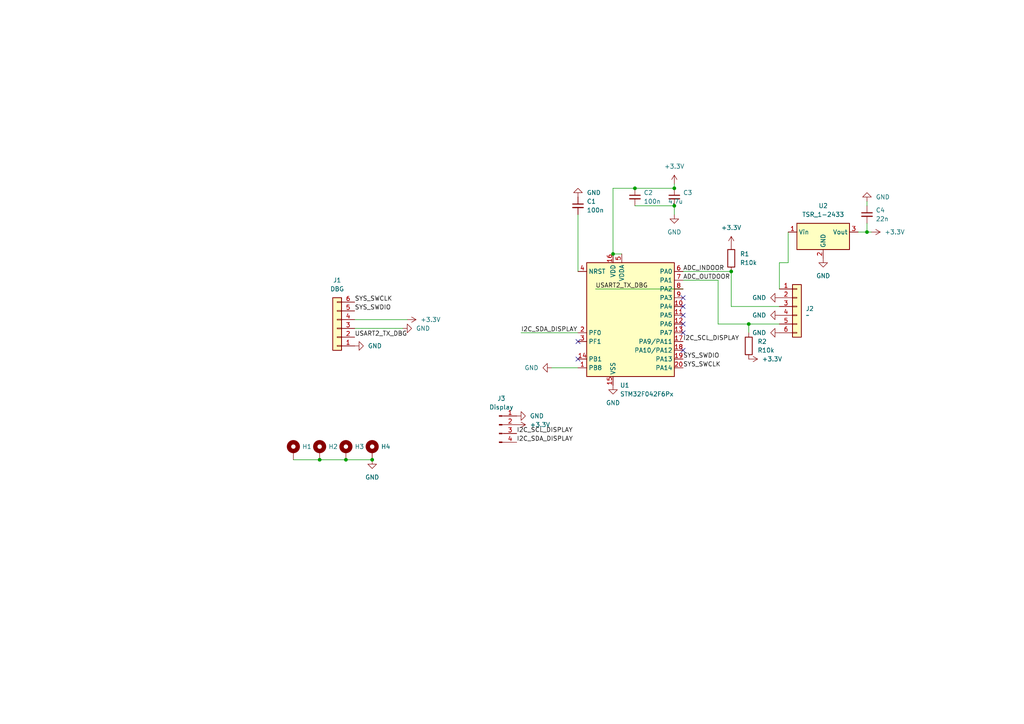
<source format=kicad_sch>
(kicad_sch (version 20231120) (generator "eeschema") (generator_version "8.0")
  (paper "A4")
  (title_block (title "T5 Thermometer") (date "2024-10-19") (rev "2") (company "Perdmann"))
  (lib_symbols
    (symbol "Connector:Conn_01x04_Pin" (pin_names (offset 1.016) hide)
      (property "Reference" "J" (at 0 5.08 0))
      (property "Value" "Conn_01x04_Pin" (at 0 -7.62 0))
      (symbol "Conn_01x04_Pin_1_1"
        (polyline (pts (xy 1.27 -5.08) (xy 0.8636 -5.08)) (stroke (width 0.1524)))
        (polyline (pts (xy 1.27 -2.54) (xy 0.8636 -2.54)) (stroke (width 0.1524)))
        (polyline (pts (xy 1.27 0) (xy 0.8636 0)) (stroke (width 0.1524)))
        (polyline (pts (xy 1.27 2.54) (xy 0.8636 2.54)) (stroke (width 0.1524)))
        (rectangle (start 0.8636 -4.953) (end 0 -5.207) (stroke (width 0.1524)) (fill (type outline)))
        (rectangle (start 0.8636 -2.413) (end 0 -2.667) (stroke (width 0.1524)) (fill (type outline)))
        (rectangle (start 0.8636 0.127) (end 0 -0.127) (stroke (width 0.1524)) (fill (type outline)))
        (rectangle (start 0.8636 2.667) (end 0 2.413) (stroke (width 0.1524)) (fill (type outline)))
        (pin passive line (at 5.08 2.54 180) (length 3.81) (name "Pin_1") (number "1"))
        (pin passive line (at 5.08 0 180) (length 3.81) (name "Pin_2") (number "2"))
        (pin passive line (at 5.08 -2.54 180) (length 3.81) (name "Pin_3") (number "3"))
        (pin passive line (at 5.08 -5.08 180) (length 3.81) (name "Pin_4") (number "4"))
      )
    )
    (symbol "Connector_Generic:Conn_01x06" (pin_names (offset 1.016) hide)
      (property "Reference" "J" (at 0 7.62 0))
      (property "Value" "Conn_01x06" (at 0 -10.16 0))
      (symbol "Conn_01x06_1_1"
        (rectangle (start -1.27 -7.493) (end 0 -7.747) (stroke (width 0.1524)))
        (rectangle (start -1.27 -4.953) (end 0 -5.207) (stroke (width 0.1524)))
        (rectangle (start -1.27 -2.413) (end 0 -2.667) (stroke (width 0.1524)))
        (rectangle (start -1.27 0.127) (end 0 -0.127) (stroke (width 0.1524)))
        (rectangle (start -1.27 2.667) (end 0 2.413) (stroke (width 0.1524)))
        (rectangle (start -1.27 5.207) (end 0 4.953) (stroke (width 0.1524)))
        (rectangle (start -1.27 6.35) (end 1.27 -8.89) (stroke (width 0.254)) (fill (type background)))
        (pin passive line (at -5.08 5.08 0) (length 3.81) (name "Pin_1") (number "1"))
        (pin passive line (at -5.08 2.54 0) (length 3.81) (name "Pin_2") (number "2"))
        (pin passive line (at -5.08 0 0) (length 3.81) (name "Pin_3") (number "3"))
        (pin passive line (at -5.08 -2.54 0) (length 3.81) (name "Pin_4") (number "4"))
        (pin passive line (at -5.08 -5.08 0) (length 3.81) (name "Pin_5") (number "5"))
        (pin passive line (at -5.08 -7.62 0) (length 3.81) (name "Pin_6") (number "6"))
      )
    )
    (symbol "Device:C_Small" (pin_numbers hide) (pin_names (offset 0.254) hide)
      (property "Reference" "C" (at 0.254 1.778 0))
      (property "Value" "C_Small" (at 0.254 -2.032 0))
      (symbol "C_Small_0_1"
        (polyline (pts (xy -1.524 -0.508) (xy 1.524 -0.508)) (stroke (width 0.3302)))
        (polyline (pts (xy -1.524 0.508) (xy 1.524 0.508)) (stroke (width 0.3048)))
      )
      (symbol "C_Small_1_1"
        (pin passive line (at 0 2.54 270) (length 2.032) (name "~") (number "1"))
        (pin passive line (at 0 -2.54 90) (length 2.032) (name "~") (number "2"))
      )
    )
    (symbol "Device:R" (pin_numbers hide) (pin_names (offset 0))
      (property "Reference" "R" (at 2.032 0 90))
      (property "Value" "R" (at 0 0 90))
      (symbol "R_0_1"
        (rectangle (start -1.016 -2.54) (end 1.016 2.54) (stroke (width 0.254)))
      )
      (symbol "R_1_1"
        (pin passive line (at 0 3.81 270) (length 1.27) (name "~") (number "1"))
        (pin passive line (at 0 -3.81 90) (length 1.27) (name "~") (number "2"))
      )
    )
    (symbol "MCU_ST_STM32F0:STM32F042F6Px"
      (property "Reference" "U" (at -12.7 16.51 0))
      (property "Value" "STM32F042F6Px" (at 0 16.51 0))
      (symbol "STM32F042F6Px_0_1"
        (rectangle (start -12.7 -17.78) (end 12.7 15.24) (stroke (width 0.254)) (fill (type background)))
      )
      (symbol "STM32F042F6Px_1_1"
        (pin bidirectional line (at -15.24 -15.24 0) (length 2.54) (name "PB8") (number "1"))
        (pin bidirectional line (at 15.24 2.54 180) (length 2.54) (name "PA4") (number "10"))
        (pin bidirectional line (at 15.24 0 180) (length 2.54) (name "PA5") (number "11"))
        (pin bidirectional line (at 15.24 -2.54 180) (length 2.54) (name "PA6") (number "12"))
        (pin bidirectional line (at 15.24 -5.08 180) (length 2.54) (name "PA7") (number "13"))
        (pin bidirectional line (at -15.24 -12.7 0) (length 2.54) (name "PB1") (number "14"))
        (pin power_in line (at -5.08 -20.32 90) (length 2.54) (name "VSS") (number "15"))
        (pin power_in line (at -5.08 17.78 270) (length 2.54) (name "VDD") (number "16"))
        (pin bidirectional line (at 15.24 -7.62 180) (length 2.54) (name "PA9/PA11") (number "17"))
        (pin bidirectional line (at 15.24 -10.16 180) (length 2.54) (name "PA10/PA12") (number "18"))
        (pin bidirectional line (at 15.24 -12.7 180) (length 2.54) (name "PA13") (number "19"))
        (pin input line (at -15.24 -5.08 0) (length 2.54) (name "PF0") (number "2"))
        (pin bidirectional line (at 15.24 -15.24 180) (length 2.54) (name "PA14") (number "20"))
        (pin input line (at -15.24 -7.62 0) (length 2.54) (name "PF1") (number "3"))
        (pin input line (at -15.24 12.7 0) (length 2.54) (name "NRST") (number "4"))
        (pin power_in line (at -2.54 17.78 270) (length 2.54) (name "VDDA") (number "5"))
        (pin bidirectional line (at 15.24 12.7 180) (length 2.54) (name "PA0") (number "6"))
        (pin bidirectional line (at 15.24 10.16 180) (length 2.54) (name "PA1") (number "7"))
        (pin bidirectional line (at 15.24 7.62 180) (length 2.54) (name "PA2") (number "8"))
        (pin bidirectional line (at 15.24 5.08 180) (length 2.54) (name "PA3") (number "9"))
      )
    )
    (symbol "Mechanical:MountingHole_Pad" (pin_numbers hide) (pin_names (offset 1.016) hide) (exclude_from_sim yes) (in_bom no)
      (property "Reference" "H" (at 0 6.35 0))
      (property "Value" "MountingHole_Pad" (at 0 4.445 0))
      (symbol "MountingHole_Pad_0_1"
        (circle (center 0 1.27) (radius 1.27) (stroke (width 1.27)))
      )
      (symbol "MountingHole_Pad_1_1"
        (pin input line (at 0 -2.54 90) (length 2.54) (name "1") (number "1"))
      )
    )
    (symbol "Regulator_Switching:TSR_1-2433"
      (property "Reference" "U" (at -7.62 6.35 0))
      (property "Value" "TSR_1-2433" (at -1.27 6.35 0))
      (symbol "TSR_1-2433_0_1"
        (rectangle (start -7.62 5.08) (end 7.62 -2.54) (stroke (width 0.254)) (fill (type background)))
      )
      (symbol "TSR_1-2433_1_1"
        (pin power_in line (at -10.16 2.54 0) (length 2.54) (name "Vin") (number "1"))
        (pin power_in line (at 0 -5.08 90) (length 2.54) (name "GND") (number "2"))
        (pin power_out line (at 10.16 2.54 180) (length 2.54) (name "Vout") (number "3"))
      )
    )
    (symbol "power:+3.3V" (power) (pin_names (offset 0))
      (property "Value" "+3.3V" (at 0 3.556 0))
      (symbol "+3.3V_0_1"
        (polyline (pts (xy -0.762 1.27) (xy 0 2.54)))
        (polyline (pts (xy 0 0) (xy 0 2.54)))
        (polyline (pts (xy 0 2.54) (xy 0.762 1.27)))
      )
      (symbol "+3.3V_1_1"
        (pin power_in line (at 0 0 90) (length 0) hide (name "+3.3V") (number "1"))
      )
    )
    (symbol "power:GND" (power) (pin_names (offset 0))
      (property "Value" "GND" (at 0 -3.81 0))
      (symbol "GND_0_1"
        (polyline (pts (xy 0 0) (xy 0 -1.27) (xy 1.27 -1.27) (xy 0 -2.54) (xy -1.27 -1.27) (xy 0 -1.27)))
      )
      (symbol "GND_1_1"
        (pin power_in line (at 0 0 270) (length 0) hide (name "GND") (number "1"))
      )
    )
  )
  (junction (at 195.58 59.69))
  (junction (at 107.95 133.35))
  (junction (at 92.71 133.35))
  (junction (at 251.46 67.31))
  (junction (at 212.09 78.74))
  (junction (at 100.33 133.35))
  (junction (at 177.8 73.66))
  (junction (at 217.17 93.98))
  (junction (at 184.15 54.61))
  (junction (at 195.58 54.61))
  (no_connect (at 198.12 101.6))
  (no_connect (at 167.64 99.06))
  (no_connect (at 198.12 93.98))
  (no_connect (at 198.12 96.52))
  (no_connect (at 198.12 88.9))
  (no_connect (at 198.12 86.36))
  (no_connect (at 198.12 91.44))
  (no_connect (at 167.64 104.14))
  (wire (pts (xy 118.11 92.71) (xy 102.87 92.71)))
  (wire (pts (xy 160.02 106.68) (xy 167.64 106.68)))
  (wire (pts (xy 116.84 95.25) (xy 102.87 95.25)))
  (wire (pts (xy 167.64 62.23) (xy 167.64 78.74)))
  (wire (pts (xy 251.46 64.77) (xy 251.46 67.31)))
  (wire (pts (xy 228.6 76.2) (xy 226.06 76.2)))
  (wire (pts (xy 226.06 88.9) (xy 212.09 88.9)))
  (wire (pts (xy 177.8 73.66) (xy 180.34 73.66)))
  (wire (pts (xy 198.12 78.74) (xy 212.09 78.74)))
  (wire (pts (xy 92.71 133.35) (xy 100.33 133.35)))
  (wire (pts (xy 177.8 54.61) (xy 184.15 54.61)))
  (wire (pts (xy 172.72 83.82) (xy 198.12 83.82)))
  (wire (pts (xy 252.73 67.31) (xy 251.46 67.31)))
  (wire (pts (xy 184.15 54.61) (xy 195.58 54.61)))
  (wire (pts (xy 251.46 67.31) (xy 248.92 67.31)))
  (wire (pts (xy 226.06 93.98) (xy 217.17 93.98)))
  (wire (pts (xy 151.13 96.52) (xy 167.64 96.52)))
  (wire (pts (xy 208.28 93.98) (xy 217.17 93.98)))
  (wire (pts (xy 85.09 133.35) (xy 92.71 133.35)))
  (wire (pts (xy 217.17 96.52) (xy 217.17 93.98)))
  (wire (pts (xy 228.6 67.31) (xy 228.6 76.2)))
  (wire (pts (xy 195.58 62.23) (xy 195.58 59.69)))
  (wire (pts (xy 177.8 73.66) (xy 177.8 54.61)))
  (wire (pts (xy 184.15 59.69) (xy 195.58 59.69)))
  (wire (pts (xy 212.09 88.9) (xy 212.09 78.74)))
  (wire (pts (xy 251.46 58.42) (xy 251.46 59.69)))
  (wire (pts (xy 195.58 53.34) (xy 195.58 54.61)))
  (wire (pts (xy 100.33 133.35) (xy 107.95 133.35)))
  (wire (pts (xy 208.28 81.28) (xy 198.12 81.28)))
  (wire (pts (xy 208.28 93.98) (xy 208.28 81.28)))
  (wire (pts (xy 226.06 76.2) (xy 226.06 83.82)))
  (label "I2C_SCL_DISPLAY" (at 149.86 125.73 0))
  (label "SYS_SWDIO" (at 198.12 104.14 0))
  (label "USART2_TX_DBG" (at 172.72 83.82 0))
  (label "SYS_SWCLK" (at 198.12 106.68 0))
  (label "ADC_OUTDOOR" (at 198.12 81.28 0))
  (label "I2C_SDA_DISPLAY" (at 149.86 128.27 0))
  (label "ADC_INDOOR" (at 198.12 78.74 0))
  (label "I2C_SCL_DISPLAY" (at 198.12 99.06 0))
  (label "USART2_TX_DBG" (at 102.87 97.79 0))
  (label "I2C_SDA_DISPLAY" (at 151.13 96.52 0))
  (label "SYS_SWCLK" (at 102.87 87.63 0))
  (label "SYS_SWDIO" (at 102.87 90.17 0))
  (symbol (lib_id "power:GND") (at 167.64 57.15 180) (unit 1)
    (property "Reference" "#PWR02" (effects (hide yes)))
    (property "Value" "GND" (at 170.18 55.8799 0) (effects (justify right)))
  )
  (symbol (lib_id "Mechanical:MountingHole_Pad") (at 85.09 130.81 0) (unit 1) (exclude_from_sim yes) (in_bom no)
    (property "Reference" "H1" (at 87.63 129.5399 0) (effects (justify left)))
    (property "Value" "MountingHole_Pad" (effects (hide yes)))
    (property "Footprint" "MountingHole:MountingHole_2.2mm_M2" (effects (hide yes)))
    (property "Description" "Mounting Hole with connection" (effects (hide yes)))
  )
  (symbol (lib_id "Device:C_Small") (at 251.46 62.23 0) (unit 1)
    (property "Reference" "C4" (at 254 60.9662 0) (effects (justify left)))
    (property "Value" "22n" (at 254 63.5062 0) (effects (justify left)))
    (property "Footprint" "Resistor_SMD:R_0603_1608Metric_Pad0.98x0.95mm_HandSolder" (effects (hide yes)))
  )
  (symbol (lib_id "Connector_Generic:Conn_01x06") (at 231.14 88.9 0) (unit 1)
    (property "Reference" "J2" (at 233.68 89.5349 0) (effects (justify left)))
    (property "Value" "~" (at 233.68 91.44 0) (effects (justify left)))
    (property "Footprint" "Connector_PinHeader_2.54mm:PinHeader_1x06_P2.54mm_Vertical" (effects (hide yes)))
    (property "Description" "Generic connector, single row, 01x06, script generated (kicad-library-utils/schlib/autogen/connector/)" (effects (hide yes)))
  )
  (symbol (lib_id "Mechanical:MountingHole_Pad") (at 92.71 130.81 0) (unit 1) (exclude_from_sim yes) (in_bom no)
    (property "Reference" "H2" (at 95.25 129.5399 0) (effects (justify left)))
    (property "Value" "MountingHole_Pad" (effects (hide yes)))
    (property "Footprint" "MountingHole:MountingHole_2.2mm_M2" (effects (hide yes)))
    (property "Description" "Mounting Hole with connection" (effects (hide yes)))
  )
  (symbol (lib_id "Regulator_Switching:TSR_1-2433") (at 238.76 69.85 0) (unit 1)
    (property "Reference" "U2" (at 238.76 59.69 0))
    (property "Value" "TSR_1-2433" (at 238.76 62.23 0))
    (property "Footprint" "Converter_DCDC:Converter_DCDC_TRACO_TSR-1_THT" (effects (hide yes)))
    (property "Datasheet" "http://www.tracopower.com/products/tsr1.pdf" (effects (hide yes)))
  )
  (symbol (lib_id "Device:C_Small") (at 195.58 57.15 0) (unit 1)
    (property "Reference" "C3" (at 198.12 55.8862 0) (effects (justify left)))
    (property "Value" "4,7u" (at 198.12 58.4262 0) (effects (justify right)))
    (property "Footprint" "Capacitor_SMD:C_0603_1608Metric_Pad1.08x0.95mm_HandSolder" (effects (hide yes)))
  )
  (symbol (lib_id "MCU_ST_STM32F0:STM32F042F6Px") (at 182.88 91.44 0) (unit 1)
    (property "Reference" "U1" (at 179.8194 111.76 0) (effects (justify left)))
    (property "Value" "STM32F042F6Px" (at 179.8194 114.3 0) (effects (justify left)))
    (property "Footprint" "Package_SO:TSSOP-20_4.4x6.5mm_P0.65mm" (effects (hide yes)))
    (property "Datasheet" "http://www.st.com/st-web-ui/static/active/en/resource/technical/document/datasheet/DM00105814.pdf" (effects (hide yes)))
  )
  (symbol (lib_id "power:+3.3V") (at 195.58 53.34 0) (unit 1)
    (property "Reference" "#PWR03" (effects (hide yes)))
    (property "Value" "+3.3V" (at 195.58 48.26 0))
  )
  (symbol (lib_id "power:GND") (at 116.84 95.25 90) (unit 1)
    (property "Reference" "#PWR019" (effects (hide yes)))
    (property "Value" "GND" (at 120.65 95.2499 90) (effects (justify right)))
  )
  (symbol (lib_id "Device:C_Small") (at 167.64 59.69 0) (unit 1)
    (property "Reference" "C1" (at 170.18 58.4262 0) (effects (justify left)))
    (property "Value" "100n" (at 170.18 60.9662 0) (effects (justify left)))
    (property "Footprint" "Capacitor_SMD:C_0603_1608Metric_Pad1.08x0.95mm_HandSolder" (effects (hide yes)))
  )
  (symbol (lib_id "Device:R") (at 217.17 100.33 0) (unit 1)
    (property "Reference" "R2" (at 219.71 99.0599 0) (effects (justify left)))
    (property "Value" "R10k" (at 219.71 101.5999 0) (effects (justify left)))
    (property "Footprint" "Resistor_SMD:R_0603_1608Metric_Pad0.98x0.95mm_HandSolder" (effects (hide yes)))
    (property "Description" "Resistor" (effects (hide yes)))
  )
  (symbol (lib_id "power:GND") (at 226.06 86.36 270) (unit 1)
    (property "Reference" "#PWR012" (effects (hide yes)))
    (property "Value" "GND" (at 222.25 86.3599 90) (effects (justify right)))
  )
  (symbol (lib_id "Device:R") (at 212.09 74.93 0) (unit 1)
    (property "Reference" "R1" (at 214.63 73.6599 0) (effects (justify left)))
    (property "Value" "R10k" (at 214.63 76.1999 0) (effects (justify left)))
    (property "Footprint" "Resistor_SMD:R_0603_1608Metric_Pad0.98x0.95mm_HandSolder" (effects (hide yes)))
    (property "Description" "Resistor" (effects (hide yes)))
  )
  (symbol (lib_id "power:GND") (at 149.86 120.65 90) (unit 1)
    (property "Reference" "#PWR018" (effects (hide yes)))
    (property "Value" "GND" (at 153.67 120.6499 90) (effects (justify right)))
  )
  (symbol (lib_id "power:GND") (at 251.46 58.42 180) (unit 1)
    (property "Reference" "#PWR014" (effects (hide yes)))
    (property "Value" "GND" (at 254 57.1499 0) (effects (justify right)))
  )
  (symbol (lib_id "power:GND") (at 102.87 100.33 90) (unit 1)
    (property "Reference" "#PWR06" (effects (hide yes)))
    (property "Value" "GND" (at 106.68 100.3299 90) (effects (justify right)))
  )
  (symbol (lib_id "power:GND") (at 238.76 74.93 0) (unit 1)
    (property "Reference" "#PWR013" (effects (hide yes)))
    (property "Value" "GND" (at 238.76 80.01 0))
  )
  (symbol (lib_id "power:+3.3V") (at 149.86 123.19 270) (unit 1)
    (property "Reference" "#PWR09" (effects (hide yes)))
    (property "Value" "+3.3V" (at 153.67 123.1899 90) (effects (justify left)))
  )
  (symbol (lib_id "power:+3.3V") (at 118.11 92.71 270) (unit 1)
    (property "Reference" "#PWR01" (effects (hide yes)))
    (property "Value" "+3.3V" (at 121.92 92.7099 90) (effects (justify left)))
  )
  (symbol (lib_id "Connector:Conn_01x04_Pin") (at 144.78 123.19 0) (unit 1)
    (property "Reference" "J3" (at 145.415 115.57 0))
    (property "Value" "Display" (at 145.415 118.11 0))
    (property "Footprint" "Connector_PinHeader_2.54mm:PinHeader_1x04_P2.54mm_Vertical" (effects (hide yes)))
    (property "Description" "Generic connector, single row, 01x04, script generated" (effects (hide yes)))
  )
  (symbol (lib_id "Device:C_Small") (at 184.15 57.15 0) (unit 1)
    (property "Reference" "C2" (at 186.69 55.8862 0) (effects (justify left)))
    (property "Value" "100n" (at 186.69 58.4262 0) (effects (justify left)))
    (property "Footprint" "Capacitor_SMD:C_0603_1608Metric_Pad1.08x0.95mm_HandSolder" (effects (hide yes)))
  )
  (symbol (lib_id "Mechanical:MountingHole_Pad") (at 100.33 130.81 0) (unit 1) (exclude_from_sim yes) (in_bom no)
    (property "Reference" "H3" (at 102.87 129.5399 0) (effects (justify left)))
    (property "Value" "MountingHole_Pad" (effects (hide yes)))
    (property "Footprint" "MountingHole:MountingHole_2.2mm_M2" (effects (hide yes)))
    (property "Description" "Mounting Hole with connection" (effects (hide yes)))
  )
  (symbol (lib_id "power:+3.3V") (at 252.73 67.31 270) (unit 1)
    (property "Reference" "#PWR015" (effects (hide yes)))
    (property "Value" "+3.3V" (at 256.54 67.3099 90) (effects (justify left)))
  )
  (symbol (lib_id "power:GND") (at 107.95 133.35 0) (unit 1)
    (property "Reference" "#PWR08" (effects (hide yes)))
    (property "Value" "GND" (at 107.95 138.43 0))
  )
  (symbol (lib_id "power:+3.3V") (at 212.09 71.12 0) (unit 1)
    (property "Reference" "#PWR016" (effects (hide yes)))
    (property "Value" "+3.3V" (at 212.09 66.04 0))
  )
  (symbol (lib_id "power:GND") (at 160.02 106.68 270) (unit 1)
    (property "Reference" "#PWR07" (effects (hide yes)))
    (property "Value" "GND" (at 156.21 106.6799 90) (effects (justify right)))
  )
  (symbol (lib_id "power:GND") (at 226.06 91.44 270) (unit 1)
    (property "Reference" "#PWR010" (effects (hide yes)))
    (property "Value" "GND" (at 222.25 91.4399 90) (effects (justify right)))
  )
  (symbol (lib_id "power:GND") (at 177.8 111.76 0) (unit 1)
    (property "Reference" "#PWR05" (effects (hide yes)))
    (property "Value" "GND" (at 177.8 116.84 0))
  )
  (symbol (lib_id "Connector_Generic:Conn_01x06") (at 97.79 95.25 180) (unit 1)
    (property "Reference" "J1" (at 97.79 81.28 0))
    (property "Value" "DBG" (at 97.79 83.82 0))
    (property "Footprint" "Connector_PinHeader_2.54mm:PinHeader_1x06_P2.54mm_Vertical" (effects (hide yes)))
    (property "Description" "Generic connector, single row, 01x06, script generated (kicad-library-utils/schlib/autogen/connector/)" (effects (hide yes)))
  )
  (symbol (lib_id "power:GND") (at 226.06 96.52 270) (unit 1)
    (property "Reference" "#PWR011" (effects (hide yes)))
    (property "Value" "GND" (at 222.25 96.5199 90) (effects (justify right)))
  )
  (symbol (lib_id "power:+3.3V") (at 217.17 104.14 270) (unit 1)
    (property "Reference" "#PWR017" (effects (hide yes)))
    (property "Value" "+3.3V" (at 220.98 104.1399 90) (effects (justify left)))
  )
  (symbol (lib_id "Mechanical:MountingHole_Pad") (at 107.95 130.81 0) (unit 1) (exclude_from_sim yes) (in_bom no)
    (property "Reference" "H4" (at 110.49 129.5399 0) (effects (justify left)))
    (property "Value" "MountingHole_Pad" (effects (hide yes)))
    (property "Footprint" "MountingHole:MountingHole_2.2mm_M2" (effects (hide yes)))
    (property "Description" "Mounting Hole with connection" (effects (hide yes)))
  )
  (symbol (lib_id "power:GND") (at 195.58 62.23 0) (unit 1)
    (property "Reference" "#PWR04" (effects (hide yes)))
    (property "Value" "GND" (at 195.58 67.31 0))
  )
)
</source>
